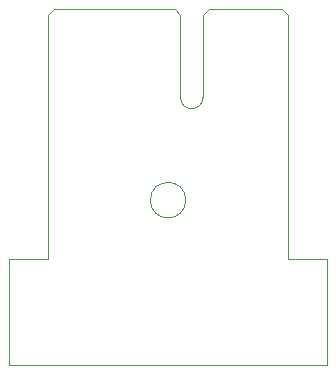
<source format=gbr>
%TF.GenerationSoftware,KiCad,Pcbnew,7.0.7-7.0.7~ubuntu22.04.1*%
%TF.CreationDate,2023-10-27T12:25:06+02:00*%
%TF.ProjectId,logic_probe,6c6f6769-635f-4707-926f-62652e6b6963,rev?*%
%TF.SameCoordinates,Original*%
%TF.FileFunction,Profile,NP*%
%FSLAX46Y46*%
G04 Gerber Fmt 4.6, Leading zero omitted, Abs format (unit mm)*
G04 Created by KiCad (PCBNEW 7.0.7-7.0.7~ubuntu22.04.1) date 2023-10-27 12:25:06*
%MOMM*%
%LPD*%
G01*
G04 APERTURE LIST*
%TA.AperFunction,Profile*%
%ADD10C,0.100000*%
%TD*%
G04 APERTURE END LIST*
D10*
X101500000Y-95000000D02*
G75*
G03*
X101500000Y-95000000I-1500000J0D01*
G01*
X113500000Y-109000000D02*
X113500000Y-100000000D01*
X113500000Y-100000000D02*
X110150000Y-100000000D01*
X89850000Y-100000000D02*
X86500000Y-100000000D01*
X86500000Y-100000000D02*
X86500000Y-109000000D01*
X113500000Y-109000000D02*
X86500000Y-109000000D01*
X89850000Y-87250000D02*
X89850000Y-100000000D01*
X110150000Y-100000000D02*
X110150000Y-87250000D01*
%TO.C,J1*%
X101050000Y-86300000D02*
G75*
G03*
X102950000Y-86300000I950000J0D01*
G01*
X110150000Y-79350000D02*
X109650000Y-78850000D01*
X90350000Y-78850000D02*
X100550000Y-78850000D01*
X89850000Y-87250000D02*
X89850000Y-79350000D01*
X101050000Y-86300000D02*
X101050000Y-79350000D01*
X89850000Y-79350000D02*
X90350000Y-78850000D01*
X110150000Y-87250000D02*
X110150000Y-79350000D01*
X102950000Y-86300000D02*
X102950000Y-79350000D01*
X102950000Y-79350000D02*
X103450000Y-78850000D01*
X101050000Y-79350000D02*
X100550000Y-78850000D01*
X103450000Y-78850000D02*
X109650000Y-78850000D01*
%TD*%
M02*

</source>
